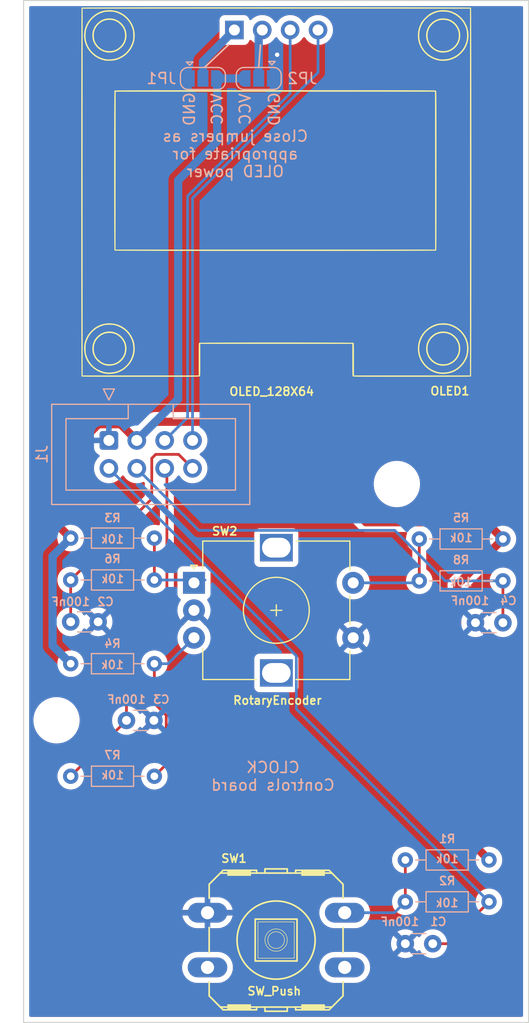
<source format=kicad_pcb>
(kicad_pcb (version 20211014) (generator pcbnew)
  (layers (0 "F.Cu" signal) (31 "B.Cu" signal) (34 "B.Paste" user) (35 "F.Paste" user) (36 "B.SilkS" user "B.Silkscreen") (37 "F.SilkS" user "F.Silkscreen") (38 "B.Mask" user) (39 "F.Mask" user) (44 "Edge.Cuts" user))
  (net 0 "")
  (net 1 "Board_0-+5V_1")
  (net 2 "Board_0-/ENC_A_JA")
  (net 3 "Board_0-/ENC_B_JA")
  (net 4 "Board_0-/ENC_PUSH_JA")
  (net 5 "Board_0-/SCL_JA")
  (net 6 "Board_0-/SDA_JA")
  (net 7 "Board_0-/TACT_JA")
  (net 8 "Board_0-GND1")
  (net 9 "Board_0-Net-(JP1-Pad2)")
  (net 10 "Board_0-Net-(JP2-Pad2)")
  (net 11 "Board_0-Net-(R1-Pad2)")
  (net 12 "Board_0-Net-(R3-Pad2)")
  (net 13 "Board_0-Net-(R4-Pad2)")
  (net 14 "Board_0-Net-(R5-Pad2)")
  (footprint "ao_tht:Tactile_E-switch_TL1100F160Q" (layer "F.Cu") (at 38 100.5)
    (fp_text reference "SW1" (at -5.08 -6.985 unlocked) (layer "F.SilkS") (effects (font (size 0.75 0.75)) (justify left bottom)))
    (fp_text value "SW_Push")
    (fp_text user "${VALUE}" (at -0.168 4.648 unlocked) (layer "F.SilkS") (effects (font (size 0.75 0.75))))
    (pad "1" thru_hole oval (at -6.2484 -2.4892) (size 3.6068 1.8034) (drill 1.1938) (layers *.Cu *.Mask) (net 8 "Board_0-GND1"))
    (pad "2" thru_hole oval (at 6.2484 -2.4892) (size 3.6068 1.8034) (drill 1.1938) (layers *.Cu *.Mask) (net 11 "Board_0-Net-(R1-Pad2)"))
    (pad "3" thru_hole oval (at -6.2484 2.4892) (size 3.6068 1.8034) (drill 1.1938) (layers *.Cu *.Mask))
    (pad "4" thru_hole oval (at 6.2484 2.4892) (size 3.6068 1.8034) (drill 1.1938) (layers *.Cu *.Mask))
  )
  (footprint "ao_tht:MountingHole_3.2mm_M3" (layer "F.Cu") (at 49 59)
    (fp_text reference "H1" hide)
    (fp_text value "MountingHole")
    (pad "" np_thru_hole circle locked (at 0 0) (size 3.2 3.2) (drill 3.2) (layers *.Cu *.Mask))
  )
  (footprint "ao_tht:RotaryEncoder_Bourns-PEC11R-4xxxF-Sxxxx-Switch_Vertical_H20mm" (layer "F.Cu") (at 30.52 67.99)
    (fp_text reference "SW2" (at 2.8 -4.7 unlocked) (layer "F.SilkS") (effects (font (size 0.75 0.75))))
    (fp_text value "RotaryEncoder")
    (fp_text user "${VALUE}" (at 7.6 10.7 unlocked) (layer "F.SilkS") (effects (font (size 0.75 0.75))))
    (pad "A" thru_hole rect (at 0 0) (size 2 2) (drill 1) (layers *.Cu *.Mask) (net 12 "Board_0-Net-(R3-Pad2)"))
    (pad "B" thru_hole circle (at 0 5) (size 2 2) (drill 1) (layers *.Cu *.Mask) (net 13 "Board_0-Net-(R4-Pad2)"))
    (pad "C" thru_hole circle (at 0 2.5) (size 2 2) (drill 1) (layers *.Cu *.Mask) (net 8 "Board_0-GND1"))
    (pad "MP" thru_hole rect (at 7.5 -3.2) (size 3 2.5) (drill oval 2.6 1.8) (layers *.Cu *.Mask))
    (pad "MP" thru_hole rect (at 7.5 8.2) (size 3 2.5) (drill oval 2.6 1.8) (layers *.Cu *.Mask))
    (pad "S1" thru_hole circle (at 14.5 0) (size 2 2) (drill 1) (layers *.Cu *.Mask) (net 14 "Board_0-Net-(R5-Pad2)"))
    (pad "S2" thru_hole circle (at 14.5 5) (size 2 2) (drill 1) (layers *.Cu *.Mask) (net 8 "Board_0-GND1"))
  )
  (footprint "ao_tht:OLED_MC130GX" (layer "F.Cu") (at 34.2 17.68)
    (fp_text reference "OLED1" (at 19.634 32.858 unlocked) (layer "F.SilkS") (effects (font (size 0.75 0.75))))
    (fp_text value "OLED_128X64")
    (fp_text user "${VALUE}" (at 3.4 32.9 unlocked) (layer "F.SilkS") (effects (font (size 0.75 0.75))))
    (pad "1" thru_hole rect (at 0 0 90) (size 1.7 1.7) (drill 1) (layers *.Cu *.Mask) (net 9 "Board_0-Net-(JP1-Pad2)"))
    (pad "2" thru_hole oval (at 2.54 0 90) (size 1.7 1.7) (drill 1) (layers *.Cu *.Mask) (net 10 "Board_0-Net-(JP2-Pad2)"))
    (pad "3" thru_hole oval (at 5.08 0 90) (size 1.7 1.7) (drill 1) (layers *.Cu *.Mask) (net 5 "Board_0-/SCL_JA"))
    (pad "4" thru_hole oval (at 7.62 0 90) (size 1.7 1.7) (drill 1) (layers *.Cu *.Mask) (net 6 "Board_0-/SDA_JA"))
  )
  (footprint "ao_tht:MountingHole_3.2mm_M3" (layer "F.Cu") (at 18 80.5)
    (fp_text reference "H2" hide)
    (fp_text value "MountingHole")
    (pad "" np_thru_hole circle locked (at 0 0) (size 3.2 3.2) (drill 3.2) (layers *.Cu *.Mask))
  )
  (footprint "Connector_IDC:IDC-Header_2x04_P2.54mm_Vertical" (layer "B.Cu") (at 22.77 55.03 -90)
    (fp_text reference "J1" (at 1.27 6.1 90 unlocked) (layer "B.SilkS") (effects (justify mirror)))
    (fp_text value "Conn_02x04_Odd_Even")
    (pad "1" thru_hole roundrect (at 0 0 270) (size 1.7 1.7) (drill 1) (layers *.Cu *.Mask) (roundrect_rratio 0.147059) (net 8 "Board_0-GND1"))
    (pad "2" thru_hole circle (at 2.54 0 270) (size 1.7 1.7) (drill 1) (layers *.Cu *.Mask) (net 7 "Board_0-/TACT_JA"))
    (pad "3" thru_hole circle (at 0 -2.54 270) (size 1.7 1.7) (drill 1) (layers *.Cu *.Mask) (net 1 "Board_0-+5V_1"))
    (pad "4" thru_hole circle (at 2.54 -2.54 270) (size 1.7 1.7) (drill 1) (layers *.Cu *.Mask) (net 4 "Board_0-/ENC_PUSH_JA"))
    (pad "5" thru_hole circle (at 0 -5.08 270) (size 1.7 1.7) (drill 1) (layers *.Cu *.Mask) (net 5 "Board_0-/SCL_JA"))
    (pad "6" thru_hole circle (at 2.54 -5.08 270) (size 1.7 1.7) (drill 1) (layers *.Cu *.Mask) (net 3 "Board_0-/ENC_B_JA"))
    (pad "7" thru_hole circle (at 0 -7.62 270) (size 1.7 1.7) (drill 1) (layers *.Cu *.Mask) (net 6 "Board_0-/SDA_JA"))
    (pad "8" thru_hole circle (at 2.54 -7.62 270) (size 1.7 1.7) (drill 1) (layers *.Cu *.Mask) (net 2 "Board_0-/ENC_A_JA"))
  )
  (footprint "ao_tht:R_Axial_DIN0204_L3.6mm_D1.6mm_P7.62mm_Horizontal" (layer "B.Cu") (at 26.91 67.73 180)
    (fp_text reference "R6" (at 3.81 1.92 unlocked) (layer "B.SilkS") (effects (font (size 0.75 0.75)) (justify mirror)))
    (fp_text value "10k")
    (fp_text user "${VALUE}" (at 3.8 0.1 unlocked) (layer "B.SilkS") (effects (font (size 0.75 0.75)) (justify mirror)))
    (pad "1" thru_hole circle (at 0 0 180) (size 1.4 1.4) (drill 0.7) (layers *.Cu *.Mask) (net 12 "Board_0-Net-(R3-Pad2)"))
    (pad "2" thru_hole oval (at 7.62 0 180) (size 1.4 1.4) (drill 0.7) (layers *.Cu *.Mask) (net 2 "Board_0-/ENC_A_JA"))
  )
  (footprint "ao_tht:C_Disc_D3.0mm_W1.6mm_P2.50mm" (layer "B.Cu") (at 52.27 100.83 180)
    (fp_text reference "C1" (at -0.5 2 unlocked) (layer "B.SilkS") (effects (font (size 0.75 0.75)) (justify mirror)))
    (fp_text value "100nF")
    (fp_text user "${VALUE}" (at 3 2 unlocked) (layer "B.SilkS") (effects (font (size 0.75 0.75)) (justify mirror)))
    (pad "1" thru_hole circle (at 0 0 180) (size 1.6 1.6) (drill 0.8) (layers *.Cu *.Mask) (net 7 "Board_0-/TACT_JA"))
    (pad "2" thru_hole circle (at 2.5 0 180) (size 1.6 1.6) (drill 0.8) (layers *.Cu *.Mask) (net 8 "Board_0-GND1"))
  )
  (footprint "Jumper:SolderJumper-3_P1.3mm_Open_RoundedPad1.0x1.5mm" (layer "B.Cu") (at 36.415 22.09 180)
    (fp_text reference "JP2" (at -3.967 0 unlocked) (layer "B.SilkS") (effects (justify mirror)))
    (fp_text value "SolderJumper_3_Open")
    (pad "1" smd custom (at -1.3 0 180) (size 1 0.5) (layers "B.Cu" "B.Mask") (net 8 "Board_0-GND1") (options (clearance outline) (anchor rect)) (primitives (gr_circle (center 0 -0.25) (end 0.5 -0.25) (width 0) (fill yes)) (gr_circle (center 0 0.25) (end 0.5 0.25) (width 0) (fill yes)) (gr_poly (pts (xy 0.55 -0.75) (xy 0 -0.75) (xy 0 0.75) (xy 0.55 0.75)) (width 0) (fill yes))))
    (pad "2" smd rect (at 0 0 180) (size 1 1.5) (layers "B.Cu" "B.Mask") (net 10 "Board_0-Net-(JP2-Pad2)"))
    (pad "3" smd custom (at 1.3 0 180) (size 1 0.5) (layers "B.Cu" "B.Mask") (net 1 "Board_0-+5V_1") (options (clearance outline) (anchor rect)) (primitives (gr_circle (center 0 -0.25) (end 0.5 -0.25) (width 0) (fill yes)) (gr_circle (center 0 0.25) (end 0.5 0.25) (width 0) (fill yes)) (gr_poly (pts (xy 0 -0.75) (xy -0.55 -0.75) (xy -0.55 0.75) (xy 0 0.75)) (width 0) (fill yes))))
  )
  (footprint "Jumper:SolderJumper-3_P1.3mm_Open_RoundedPad1.0x1.5mm" (layer "B.Cu") (at 31.335 22.09)
    (fp_text reference "JP1" (at -3.78 0 unlocked) (layer "B.SilkS") (effects (justify mirror)))
    (fp_text value "SolderJumper_3_Open")
    (pad "1" smd custom (at -1.3 0) (size 1 0.5) (layers "B.Cu" "B.Mask") (net 8 "Board_0-GND1") (options (clearance outline) (anchor rect)) (primitives (gr_circle (center 0 -0.25) (end 0.5 -0.25) (width 0) (fill yes)) (gr_circle (center 0 0.25) (end 0.5 0.25) (width 0) (fill yes)) (gr_poly (pts (xy 0.55 -0.75) (xy 0 -0.75) (xy 0 0.75) (xy 0.55 0.75)) (width 0) (fill yes))))
    (pad "2" smd rect (at 0 0) (size 1 1.5) (layers "B.Cu" "B.Mask") (net 9 "Board_0-Net-(JP1-Pad2)"))
    (pad "3" smd custom (at 1.3 0) (size 1 0.5) (layers "B.Cu" "B.Mask") (net 1 "Board_0-+5V_1") (options (clearance outline) (anchor rect)) (primitives (gr_circle (center 0 -0.25) (end 0.5 -0.25) (width 0) (fill yes)) (gr_circle (center 0 0.25) (end 0.5 0.25) (width 0) (fill yes)) (gr_poly (pts (xy 0 -0.75) (xy -0.55 -0.75) (xy -0.55 0.75) (xy 0 0.75)) (width 0) (fill yes))))
  )
  (footprint "ao_tht:R_Axial_DIN0204_L3.6mm_D1.6mm_P7.62mm_Horizontal" (layer "B.Cu") (at 51.04 67.81)
    (fp_text reference "R8" (at 3.81 -1.905 unlocked) (layer "B.SilkS") (effects (font (size 0.75 0.75)) (justify mirror)))
    (fp_text value "10k")
    (fp_text user "${VALUE}" (at 3.8 0.1 unlocked) (layer "B.SilkS") (effects (font (size 0.75 0.75)) (justify mirror)))
    (pad "1" thru_hole circle (at 0 0) (size 1.4 1.4) (drill 0.7) (layers *.Cu *.Mask) (net 14 "Board_0-Net-(R5-Pad2)"))
    (pad "2" thru_hole oval (at 7.62 0) (size 1.4 1.4) (drill 0.7) (layers *.Cu *.Mask) (net 4 "Board_0-/ENC_PUSH_JA"))
  )
  (footprint "ao_tht:R_Axial_DIN0204_L3.6mm_D1.6mm_P7.62mm_Horizontal" (layer "B.Cu") (at 26.91 85.59 180)
    (fp_text reference "R7" (at 3.81 1.92 unlocked) (layer "B.SilkS") (effects (font (size 0.75 0.75)) (justify mirror)))
    (fp_text value "10k")
    (fp_text user "${VALUE}" (at 3.8 0.1 unlocked) (layer "B.SilkS") (effects (font (size 0.75 0.75)) (justify mirror)))
    (pad "1" thru_hole circle (at 0 0 180) (size 1.4 1.4) (drill 0.7) (layers *.Cu *.Mask) (net 13 "Board_0-Net-(R4-Pad2)"))
    (pad "2" thru_hole oval (at 7.62 0 180) (size 1.4 1.4) (drill 0.7) (layers *.Cu *.Mask) (net 3 "Board_0-/ENC_B_JA"))
  )
  (footprint "ao_tht:R_Axial_DIN0204_L3.6mm_D1.6mm_P7.62mm_Horizontal" (layer "B.Cu") (at 49.77 97.02)
    (fp_text reference "R2" (at 3.81 -1.905 unlocked) (layer "B.SilkS") (effects (font (size 0.75 0.75)) (justify mirror)))
    (fp_text value "10k")
    (fp_text user "${VALUE}" (at 3.8 0.1 unlocked) (layer "B.SilkS") (effects (font (size 0.75 0.75)) (justify mirror)))
    (pad "1" thru_hole circle (at 0 0) (size 1.4 1.4) (drill 0.7) (layers *.Cu *.Mask) (net 11 "Board_0-Net-(R1-Pad2)"))
    (pad "2" thru_hole oval (at 7.62 0) (size 1.4 1.4) (drill 0.7) (layers *.Cu *.Mask) (net 7 "Board_0-/TACT_JA"))
  )
  (footprint "ao_tht:R_Axial_DIN0204_L3.6mm_D1.6mm_P7.62mm_Horizontal" (layer "B.Cu") (at 57.39 93.21 180)
    (fp_text reference "R1" (at 3.81 1.92 unlocked) (layer "B.SilkS") (effects (font (size 0.75 0.75)) (justify mirror)))
    (fp_text value "10k")
    (fp_text user "${VALUE}" (at 3.8 0.1 unlocked) (layer "B.SilkS") (effects (font (size 0.75 0.75)) (justify mirror)))
    (pad "1" thru_hole circle (at 0 0 180) (size 1.4 1.4) (drill 0.7) (layers *.Cu *.Mask) (net 1 "Board_0-+5V_1"))
    (pad "2" thru_hole oval (at 7.62 0 180) (size 1.4 1.4) (drill 0.7) (layers *.Cu *.Mask) (net 11 "Board_0-Net-(R1-Pad2)"))
  )
  (footprint "ao_tht:R_Axial_DIN0204_L3.6mm_D1.6mm_P7.62mm_Horizontal" (layer "B.Cu") (at 58.66 64 180)
    (fp_text reference "R5" (at 3.81 1.92 unlocked) (layer "B.SilkS") (effects (font (size 0.75 0.75)) (justify mirror)))
    (fp_text value "10k")
    (fp_text user "${VALUE}" (at 3.8 0.1 unlocked) (layer "B.SilkS") (effects (font (size 0.75 0.75)) (justify mirror)))
    (pad "1" thru_hole circle (at 0 0 180) (size 1.4 1.4) (drill 0.7) (layers *.Cu *.Mask) (net 1 "Board_0-+5V_1"))
    (pad "2" thru_hole oval (at 7.62 0 180) (size 1.4 1.4) (drill 0.7) (layers *.Cu *.Mask) (net 14 "Board_0-Net-(R5-Pad2)"))
  )
  (footprint "ao_tht:C_Disc_D3.0mm_W1.6mm_P2.50mm" (layer "B.Cu") (at 19.29 71.54)
    (fp_text reference "C2" (at 3.175 -1.825 unlocked) (layer "B.SilkS") (effects (font (size 0.75 0.75)) (justify mirror)))
    (fp_text value "100nF")
    (fp_text user "${VALUE}" (at 0 -1.825 unlocked) (layer "B.SilkS") (effects (font (size 0.75 0.75)) (justify mirror)))
    (pad "1" thru_hole circle (at 0 0) (size 1.6 1.6) (drill 0.8) (layers *.Cu *.Mask) (net 2 "Board_0-/ENC_A_JA"))
    (pad "2" thru_hole circle (at 2.5 0) (size 1.6 1.6) (drill 0.8) (layers *.Cu *.Mask) (net 8 "Board_0-GND1"))
  )
  (footprint "ao_tht:C_Disc_D3.0mm_W1.6mm_P2.50mm" (layer "B.Cu") (at 58.66 71.62 180)
    (fp_text reference "C4" (at -0.5 2 unlocked) (layer "B.SilkS") (effects (font (size 0.75 0.75)) (justify mirror)))
    (fp_text value "100nF")
    (fp_text user "${VALUE}" (at 3 2 unlocked) (layer "B.SilkS") (effects (font (size 0.75 0.75)) (justify mirror)))
    (pad "1" thru_hole circle (at 0 0 180) (size 1.6 1.6) (drill 0.8) (layers *.Cu *.Mask) (net 4 "Board_0-/ENC_PUSH_JA"))
    (pad "2" thru_hole circle (at 2.5 0 180) (size 1.6 1.6) (drill 0.8) (layers *.Cu *.Mask) (net 8 "Board_0-GND1"))
  )
  (footprint "ao_tht:C_Disc_D3.0mm_W1.6mm_P2.50mm" (layer "B.Cu") (at 24.37 80.51)
    (fp_text reference "C3" (at 3.175 -1.905 unlocked) (layer "B.SilkS") (effects (font (size 0.75 0.75)) (justify mirror)))
    (fp_text value "100nF")
    (fp_text user "${VALUE}" (at 0 -1.905 unlocked) (layer "B.SilkS") (effects (font (size 0.75 0.75)) (justify mirror)))
    (pad "1" thru_hole circle (at 0 0) (size 1.6 1.6) (drill 0.8) (layers *.Cu *.Mask) (net 3 "Board_0-/ENC_B_JA"))
    (pad "2" thru_hole circle (at 2.5 0) (size 1.6 1.6) (drill 0.8) (layers *.Cu *.Mask) (net 8 "Board_0-GND1"))
  )
  (footprint "ao_tht:R_Axial_DIN0204_L3.6mm_D1.6mm_P7.62mm_Horizontal" (layer "B.Cu") (at 19.29 63.92)
    (fp_text reference "R3" (at 3.81 -1.825 unlocked) (layer "B.SilkS") (effects (font (size 0.75 0.75)) (justify mirror)))
    (fp_text value "10k")
    (fp_text user "${VALUE}" (at 3.8 0.1 unlocked) (layer "B.SilkS") (effects (font (size 0.75 0.75)) (justify mirror)))
    (pad "1" thru_hole circle (at 0 0) (size 1.4 1.4) (drill 0.7) (layers *.Cu *.Mask) (net 1 "Board_0-+5V_1"))
    (pad "2" thru_hole oval (at 7.62 0) (size 1.4 1.4) (drill 0.7) (layers *.Cu *.Mask) (net 12 "Board_0-Net-(R3-Pad2)"))
  )
  (footprint "ao_tht:R_Axial_DIN0204_L3.6mm_D1.6mm_P7.62mm_Horizontal" (layer "B.Cu") (at 19.29 75.35)
    (fp_text reference "R4" (at 3.81 -1.825 unlocked) (layer "B.SilkS") (effects (font (size 0.75 0.75)) (justify mirror)))
    (fp_text value "10k")
    (fp_text user "${VALUE}" (at 3.8 0.1 unlocked) (layer "B.SilkS") (effects (font (size 0.75 0.75)) (justify mirror)))
    (pad "1" thru_hole circle (at 0 0) (size 1.4 1.4) (drill 0.7) (layers *.Cu *.Mask) (net 1 "Board_0-+5V_1"))
    (pad "2" thru_hole oval (at 7.62 0) (size 1.4 1.4) (drill 0.7) (layers *.Cu *.Mask) (net 13 "Board_0-Net-(R4-Pad2)"))
  )
  (gr_line (start 36.415 21.09) (end 36.572 19.042) (layer "B.SilkS") (width 0.15))
  (gr_line (start 31.492 21.074) (end 33.651 19.042) (layer "B.SilkS") (width 0.15))
  (gr_line (start 61 108) (end 15 108) (layer "Edge.Cuts") (width 0.1))
  (gr_line (start 61 15) (end 61 108) (layer "Edge.Cuts") (width 0.1))
  (gr_line (start 15 108) (end 15 15) (layer "Edge.Cuts") (width 0.1))
  (gr_line (start 15 15) (end 61 15) (layer "Edge.Cuts") (width 0.1))
  (gr_text "GND" (at 37.842 24.884 90) (layer "B.SilkS") (effects (font (size 1 1)) (justify mirror)))
  (gr_text "VCC" (at 35.175 24.884 90) (layer "B.SilkS") (effects (font (size 1 1)) (justify mirror)))
  (gr_text "GND" (at 30.095 24.884 90) (layer "B.SilkS") (effects (font (size 1 1)) (justify mirror)))
  (gr_text "CLOCK\nControls board" (at 37.715 85.59) (layer "B.SilkS") (effects (font (size 1 1)) (justify mirror)))
  (gr_text "VCC" (at 32.635 24.884 90) (layer "B.SilkS") (effects (font (size 1 1)) (justify mirror)))
  (gr_text "Close jumpers as\nappropriate for\nOLED power" (at 34.286 28.948) (layer "B.SilkS") (effects (font (size 1 1)) (justify mirror)))
  (segment (start 57.146 62.476) (end 57.146 62.486) (width 0.75) (layer "F.Cu") (net 1))
  (segment (start 25.31 55.03) (end 27.008 53.332) (width 0.75) (layer "F.Cu") (net 1))
  (segment (start 54.5 90.32) (end 57.39 93.21) (width 0.75) (layer "F.Cu") (net 1))
  (segment (start 18.147 57.216242) (end 21.807762 53.55548) (width 0.75) (layer "F.Cu") (net 1))
  (segment (start 57.146 62.486) (end 58.66 64) (width 0.75) (layer "F.Cu") (net 1))
  (segment (start 54.5 68.16) (end 54.5 90.32) (width 0.75) (layer "F.Cu") (net 1))
  (segment (start 21.807762 53.55548) (end 23.83548 53.55548) (width 0.75) (layer "F.Cu") (net 1))
  (segment (start 19.29 63.92) (end 18.147 62.777) (width 0.75) (layer "F.Cu") (net 1))
  (segment (start 27.008 53.332) (end 37.038748 53.332) (width 0.75) (layer "F.Cu") (net 1))
  (segment (start 37.038748 53.332) (end 46.182748 62.476) (width 0.75) (layer "F.Cu") (net 1))
  (segment (start 58.66 64) (end 54.5 68.16) (width 0.75) (layer "F.Cu") (net 1))
  (segment (start 18.147 62.777) (end 18.147 57.216242) (width 0.75) (layer "F.Cu") (net 1))
  (segment (start 46.182748 62.476) (end 57.146 62.476) (width 0.75) (layer "F.Cu") (net 1))
  (segment (start 23.83548 53.55548) (end 25.31 55.03) (width 0.75) (layer "F.Cu") (net 1))
  (segment (start 29.079 31.361) (end 32.635 27.805) (width 0.75) (layer "B.Cu") (net 1))
  (segment (start 32.635 22.09) (end 35.115 22.09) (width 0.75) (layer "B.Cu") (net 1))
  (segment (start 17.639 73.699) (end 19.29 75.35) (width 0.75) (layer "B.Cu") (net 1))
  (segment (start 17.639 65.571) (end 17.639 73.699) (width 0.75) (layer "B.Cu") (net 1))
  (segment (start 19.29 63.92) (end 17.639 65.571) (width 0.75) (layer "B.Cu") (net 1))
  (segment (start 25.31 55.03) (end 29.079 51.261) (width 0.75) (layer "B.Cu") (net 1))
  (segment (start 32.635 27.805) (end 32.635 22.09) (width 0.75) (layer "B.Cu") (net 1))
  (segment (start 29.079 51.261) (end 29.079 31.361) (width 0.75) (layer "B.Cu") (net 1))
  (segment (start 26.675 56.662) (end 27.037 56.3) (width 0.25) (layer "F.Cu") (net 2))
  (segment (start 19.29 67.73) (end 19.29 71.54) (width 0.25) (layer "F.Cu") (net 2))
  (segment (start 29.12 56.3) (end 30.39 57.57) (width 0.25) (layer "F.Cu") (net 2))
  (segment (start 19.29 67.73) (end 26.675 60.345) (width 0.25) (layer "F.Cu") (net 2))
  (segment (start 27.037 56.3) (end 29.12 56.3) (width 0.25) (layer "F.Cu") (net 2))
  (segment (start 26.675 60.345) (end 26.675 56.662) (width 0.25) (layer "F.Cu") (net 2))
  (segment (start 28.053 57.773) (end 28.053 70.477) (width 0.25) (layer "F.Cu") (net 3))
  (segment (start 28.053 70.477) (end 24.37 74.16) (width 0.25) (layer "F.Cu") (net 3))
  (segment (start 19.29 85.59) (end 24.37 80.51) (width 0.25) (layer "F.Cu") (net 3))
  (segment (start 24.37 74.16) (end 24.37 80.51) (width 0.25) (layer "F.Cu") (net 3))
  (segment (start 58.66 67.81) (end 58.66 71.62) (width 0.25) (layer "F.Cu") (net 4))
  (segment (start 30.955 63.215) (end 48.805431 63.215) (width 0.25) (layer "B.Cu") (net 4))
  (segment (start 53.400431 67.81) (end 58.66 67.81) (width 0.25) (layer "B.Cu") (net 4))
  (segment (start 48.805431 63.215) (end 53.400431 67.81) (width 0.25) (layer "B.Cu") (net 4))
  (segment (start 25.31 57.57) (end 30.955 63.215) (width 0.25) (layer "B.Cu") (net 4))
  (segment (start 29.94 52.94) (end 29.94 32.785302) (width 0.25) (layer "B.Cu") (net 5))
  (segment (start 27.85 55.03) (end 29.94 52.94) (width 0.25) (layer "B.Cu") (net 5))
  (segment (start 29.94 32.785302) (end 39.28 23.445302) (width 0.25) (layer "B.Cu") (net 5))
  (segment (start 39.28 23.445302) (end 39.28 17.68) (width 0.25) (layer "B.Cu") (net 5))
  (segment (start 30.39 55.03) (end 30.39 32.971) (width 0.25) (layer "B.Cu") (net 6))
  (segment (start 30.39 32.971) (end 41.82 21.541) (width 0.25) (layer "B.Cu") (net 6))
  (segment (start 41.82 21.541) (end 41.82 17.68) (width 0.25) (layer "B.Cu") (net 6))
  (segment (start 53.58 100.83) (end 57.39 97.02) (width 0.25) (layer "F.Cu") (net 7))
  (segment (start 52.27 100.83) (end 53.58 100.83) (width 0.25) (layer "F.Cu") (net 7))
  (segment (start 39.844511 79.474511) (end 57.39 97.02) (width 0.25) (layer "B.Cu") (net 7))
  (segment (start 22.77 57.57) (end 39.844511 74.644511) (width 0.25) (layer "B.Cu") (net 7))
  (segment (start 39.844511 74.644511) (end 39.844511 79.474511) (width 0.25) (layer "B.Cu") (net 7))
  (via (at 38.096 19.931) (size 0.8) (drill 0.4) (layers "F.Cu" "B.Cu") (net 8))
  (segment (start 31.335 22.09) (end 31.335 20.545) (width 0.75) (layer "B.Cu") (net 9))
  (segment (start 31.335 20.545) (end 34.2 17.68) (width 0.75) (layer "B.Cu") (net 9))
  (segment (start 36.415 22.09) (end 36.415 18.005) (width 0.75) (layer "B.Cu") (net 10))
  (segment (start 49.77 93.21) (end 49.77 97.02) (width 0.25) (layer "F.Cu") (net 11))
  (segment (start 48.7792 98.0108) (end 49.77 97.02) (width 0.25) (layer "B.Cu") (net 11))
  (segment (start 44.2484 98.0108) (end 48.7792 98.0108) (width 0.25) (layer "B.Cu") (net 11))
  (segment (start 26.91 63.92) (end 26.91 67.73) (width 0.25) (layer "F.Cu") (net 12))
  (segment (start 26.91 67.73) (end 31.53 67.73) (width 0.25) (layer "B.Cu") (net 12))
  (segment (start 27.994511 80.044211) (end 27.994511 84.505489) (width 0.25) (layer "F.Cu") (net 13))
  (segment (start 27.994511 84.505489) (end 26.91 85.59) (width 0.25) (layer "F.Cu") (net 13))
  (segment (start 26.91 78.9597) (end 27.994511 80.044211) (width 0.25) (layer "F.Cu") (net 13))
  (segment (start 26.91 75.35) (end 26.91 78.9597) (width 0.25) (layer "F.Cu") (net 13))
  (segment (start 28.16 75.35) (end 30.52 72.99) (width 0.25) (layer "B.Cu") (net 13))
  (segment (start 26.91 75.35) (end 28.16 75.35) (width 0.25) (layer "B.Cu") (net 13))
  (segment (start 51.04 64) (end 51.04 67.81) (width 0.25) (layer "F.Cu") (net 14))
  (segment (start 45.02 67.99) (end 50.86 67.99) (width 0.25) (layer "B.Cu") (net 14))
  (zone (net 8) (net_name "Board_0-GND1") (layers F&B.Cu) (connect_pads (clearance 0.508)) (min_thickness 0.254) (fill yes (thermal_gap 0.508) (thermal_bridge_width 0.508))
    (polygon (pts (xy 61 108) (xy 15 108) (xy 15 15) (xy 61 15)))
  )
)
</source>
